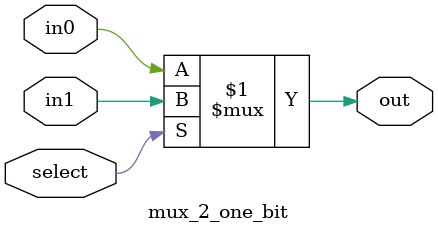
<source format=v>
module mux_2_one_bit(out, select, in0, in1);
    input select;
    input in0, in1;

    output out;

    assign out = select ? in1 : in0;

endmodule
</source>
